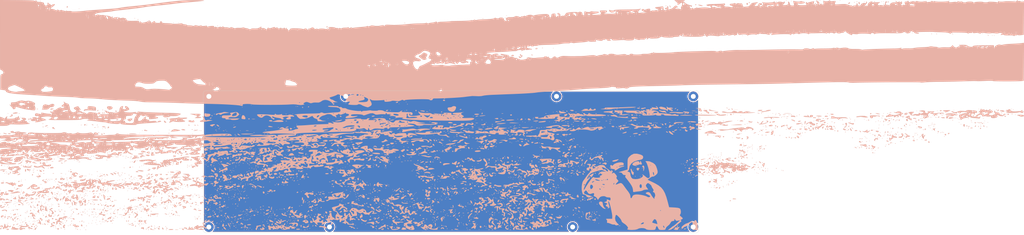
<source format=kicad_pcb>
(kicad_pcb (version 20211014) (generator pcbnew)
  (layers (0 "F.Cu" signal) (31 "B.Cu" signal) (34 "B.Paste" user) (35 "F.Paste" user) (36 "B.SilkS" user "B.Silkscreen") (37 "F.SilkS" user "F.Silkscreen") (38 "B.Mask" user) (39 "F.Mask" user) (44 "Edge.Cuts" user))
  (net 0 "")
  (net 1 "GND")
  (footprint "MountingHole:MountingHole_2.7mm_M2.5_Pad" (layer "F.Cu") (at 5.588 14.1478)
    (fp_text reference "H1" hide)
    (fp_text value "MountingHole_Pad")
    (pad "1" thru_hole circle (at 0 0) (size 5.4 5.4) (drill 2.7) (layers *.Cu *.Mask) (net 1 "GND"))
  )
  (footprint "MountingHole:MountingHole_2.7mm_M2.5_Pad" (layer "F.Cu") (at 81.026 14.1478)
    (fp_text reference "H2" hide)
    (fp_text value "MountingHole_Pad")
    (pad "1" thru_hole circle (at 0 0) (size 5.4 5.4) (drill 2.7) (layers *.Cu *.Mask) (net 1 "GND"))
  )
  (footprint "MountingHole:MountingHole_2.7mm_M2.5_Pad" (layer "F.Cu") (at 206.0956 86.2838)
    (fp_text reference "H7" hide)
    (fp_text value "MountingHole_Pad")
    (pad "1" thru_hole circle (at 0 0) (size 5.4 5.4) (drill 2.7) (layers *.Cu *.Mask) (net 1 "GND"))
  )
  (footprint "MountingHole:MountingHole_2.7mm_M2.5_Pad" (layer "F.Cu") (at 197.2056 14.1478)
    (fp_text reference "H3" hide)
    (fp_text value "MountingHole_Pad")
    (pad "1" thru_hole circle (at 0 0) (size 5.4 5.4) (drill 2.7) (layers *.Cu *.Mask) (net 1 "GND"))
  )
  (footprint "MountingHole:MountingHole_2.7mm_M2.5_Pad" (layer "F.Cu") (at 272.5674 86.2584)
    (fp_text reference "H8" hide)
    (fp_text value "MountingHole_Pad")
    (pad "1" thru_hole circle (at 0 0) (size 5.4 5.4) (drill 2.7) (layers *.Cu *.Mask) (net 1 "GND"))
  )
  (footprint "MountingHole:MountingHole_2.7mm_M2.5_Pad" (layer "F.Cu") (at 72.0598 86.2838)
    (fp_text reference "H6" hide)
    (fp_text value "MountingHole_Pad")
    (pad "1" thru_hole circle (at 0 0) (size 5.4 5.4) (drill 2.7) (layers *.Cu *.Mask) (net 1 "GND"))
  )
  (footprint "MountingHole:MountingHole_2.7mm_M2.5_Pad" (layer "F.Cu") (at 272.5928 14.1732)
    (fp_text reference "H4" hide)
    (fp_text value "MountingHole_Pad")
    (pad "1" thru_hole circle (at 0 0) (size 5.4 5.4) (drill 2.7) (layers *.Cu *.Mask) (net 1 "GND"))
  )
  (footprint "MountingHole:MountingHole_2.7mm_M2.5_Pad" (layer "F.Cu") (at 5.5626 86.3092)
    (fp_text reference "H5" hide)
    (fp_text value "MountingHole_Pad")
    (pad "1" thru_hole circle (at 0 0) (size 5.4 5.4) (drill 2.7) (layers *.Cu *.Mask) (net 1 "GND"))
  )
  (footprint "LOGO" (layer "B.Cu") (at 172.6692 24.4348 180)
    (fp_text reference "G***" hide)
    (fp_text value "LOGO" hide)
  )
  (gr_line (start 2.4892 12.319) (end 2.4638 88.138) (layer "Edge.Cuts") (width 0.1))
  (gr_arc (start 2.4892 12.319) (mid 2.861174 11.420974) (end 3.7592 11.049) (layer "Edge.Cuts") (width 0.1))
  (gr_line (start 274.4216 11.049) (end 3.7592 11.049) (layer "Edge.Cuts") (width 0.1))
  (gr_arc (start 274.4216 11.049) (mid 275.319626 11.420974) (end 275.6916 12.319) (layer "Edge.Cuts") (width 0.1))
  (gr_line (start 275.6916 88.1126) (end 275.6916 12.319) (layer "Edge.Cuts") (width 0.1))
  (gr_arc (start 275.6916 88.1126) (mid 275.319635 89.010642) (end 274.4216 89.3826) (layer "Edge.Cuts") (width 0.1))
  (gr_line (start 3.7338 89.408) (end 274.4216 89.3826) (layer "Edge.Cuts") (width 0.1))
  (gr_arc (start 3.7338 89.408) (mid 2.835774 89.036026) (end 2.4638 88.138) (layer "Edge.Cuts") (width 0.1))
  (zone (net 0) (net_name "") (layers F&B.Cu) (connect_pads (clearance 0.508)) (min_thickness 0.254) (fill yes (thermal_gap 0.508) (thermal_bridge_width 0.508))
    (polygon (pts (xy 280.035 89.535) (xy -1.778 89.535) (xy -1.651 10.795) (xy 279.908 10.922)))
  )
)
</source>
